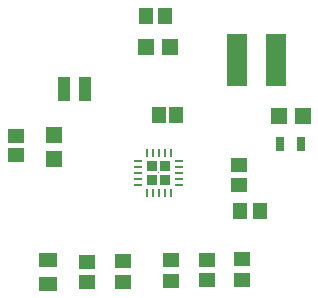
<source format=gtp>
G04 Layer_Color=7318015*
%FSAX44Y44*%
%MOMM*%
G71*
G01*
G75*
%ADD10R,1.4500X1.3000*%
%ADD11R,1.4000X1.4000*%
%ADD12R,1.4000X1.4000*%
%ADD13R,0.8001X1.1999*%
%ADD14R,1.1500X1.3500*%
%ADD15R,1.3000X1.4500*%
%ADD16R,1.5240X1.1430*%
%ADD17R,1.4500X1.1500*%
%ADD18R,1.1500X1.4500*%
%ADD19R,1.0160X2.0320*%
%ADD23R,1.8000X4.5000*%
%ADD33R,0.8200X0.8200*%
%ADD34O,0.8000X0.2300*%
%ADD35O,0.2300X0.8000*%
%ADD36R,0.0000X0.0000*%
D10*
X00643840Y00715270D02*
D03*
Y00731270D02*
D03*
D11*
X00675840Y00731970D02*
D03*
Y00711970D02*
D03*
D12*
X00886340Y00747770D02*
D03*
X00866340D02*
D03*
X00754040Y00806770D02*
D03*
X00774040D02*
D03*
D13*
X00867201Y00724320D02*
D03*
X00885199D02*
D03*
D14*
X00779090Y00749070D02*
D03*
X00764590D02*
D03*
D15*
X00770040Y00832870D02*
D03*
X00754040D02*
D03*
D16*
X00671140Y00625930D02*
D03*
Y00605610D02*
D03*
D17*
X00832440Y00689320D02*
D03*
Y00706820D02*
D03*
X00734140Y00607420D02*
D03*
Y00624920D02*
D03*
X00703440Y00624520D02*
D03*
Y00607020D02*
D03*
X00774540Y00608620D02*
D03*
Y00626120D02*
D03*
X00834840Y00626620D02*
D03*
Y00609120D02*
D03*
X00805140Y00608720D02*
D03*
Y00626220D02*
D03*
D18*
X00832990Y00667870D02*
D03*
X00850490D02*
D03*
D19*
X00684530Y00770890D02*
D03*
X00702310D02*
D03*
D23*
X00863440Y00795370D02*
D03*
X00830440D02*
D03*
D33*
X00758940Y00694170D02*
D03*
X00770140D02*
D03*
Y00705370D02*
D03*
X00758940D02*
D03*
D34*
X00747290Y00709770D02*
D03*
Y00704770D02*
D03*
Y00699770D02*
D03*
Y00694770D02*
D03*
Y00689770D02*
D03*
X00781790D02*
D03*
Y00694770D02*
D03*
Y00699770D02*
D03*
Y00704770D02*
D03*
Y00709770D02*
D03*
D35*
X00754540Y00682520D02*
D03*
X00759540D02*
D03*
X00764540D02*
D03*
X00769540D02*
D03*
X00774540D02*
D03*
Y00717020D02*
D03*
X00769540D02*
D03*
X00764540D02*
D03*
X00759540D02*
D03*
X00754540D02*
D03*
D36*
X00764540Y00699770D02*
D03*
M02*

</source>
